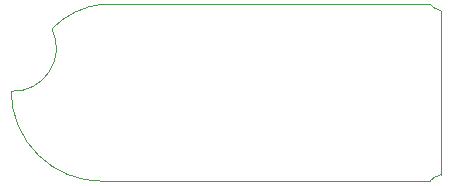
<source format=gbr>
%TF.GenerationSoftware,KiCad,Pcbnew,7.0.7*%
%TF.CreationDate,2024-04-01T13:08:00+02:00*%
%TF.ProjectId,ovrdrive,6f767264-7269-4766-952e-6b696361645f,rev?*%
%TF.SameCoordinates,Original*%
%TF.FileFunction,Profile,NP*%
%FSLAX46Y46*%
G04 Gerber Fmt 4.6, Leading zero omitted, Abs format (unit mm)*
G04 Created by KiCad (PCBNEW 7.0.7) date 2024-04-01 13:08:00*
%MOMM*%
%LPD*%
G01*
G04 APERTURE LIST*
%TA.AperFunction,Profile*%
%ADD10C,0.050000*%
%TD*%
G04 APERTURE END LIST*
D10*
X115800000Y-111623719D02*
X143484463Y-111623719D01*
X115799988Y-96623763D02*
G75*
G03*
X111500000Y-98707238I772112J-7072537D01*
G01*
X108038222Y-104007804D02*
G75*
G03*
X115800000Y-111623718I7701378J85704D01*
G01*
X144434511Y-111073730D02*
G75*
G03*
X143484517Y-111623715I325889J-1658370D01*
G01*
X143484520Y-96623709D02*
G75*
G03*
X144434512Y-97173717I1275880J1108309D01*
G01*
X144434463Y-97173719D02*
X144434463Y-111073719D01*
X108038264Y-104007800D02*
G75*
G03*
X111500000Y-98707237I162506J3674560D01*
G01*
X115800000Y-96623719D02*
X143484463Y-96623719D01*
M02*

</source>
